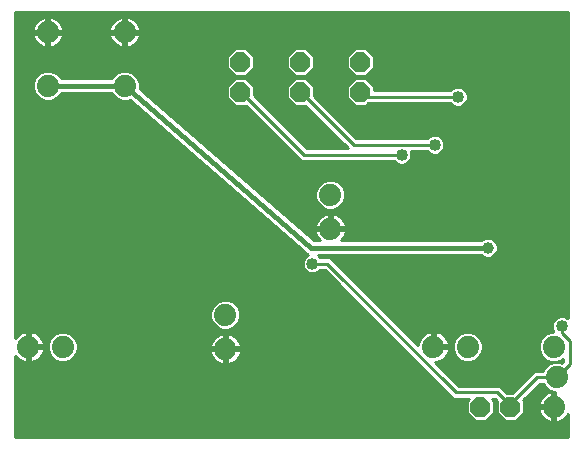
<source format=gbl>
G75*
%MOIN*%
%OFA0B0*%
%FSLAX25Y25*%
%IPPOS*%
%LPD*%
%AMOC8*
5,1,8,0,0,1.08239X$1,22.5*
%
%ADD10C,0.07400*%
%ADD11OC8,0.06600*%
%ADD12C,0.01000*%
%ADD13C,0.03962*%
%ADD14C,0.04000*%
%ADD15C,0.01600*%
D10*
X0008365Y0032484D03*
X0019765Y0032484D03*
X0074065Y0031784D03*
X0074065Y0043184D03*
X0109065Y0071784D03*
X0109065Y0083184D03*
X0040487Y0119569D03*
X0040487Y0137369D03*
X0014887Y0137369D03*
X0014887Y0119569D03*
X0143365Y0032484D03*
X0154765Y0032484D03*
X0183565Y0032484D03*
X0184565Y0022484D03*
X0183565Y0012484D03*
D11*
X0169065Y0012484D03*
X0159065Y0012484D03*
X0119065Y0117484D03*
X0119065Y0127484D03*
X0099065Y0127484D03*
X0099065Y0117484D03*
X0079065Y0117484D03*
X0079065Y0127484D03*
D12*
X0004065Y0002484D02*
X0188104Y0002484D01*
X0004065Y0002484D01*
X0004065Y0029556D01*
X0004399Y0029097D01*
X0004977Y0028518D01*
X0005640Y0028037D01*
X0006369Y0027665D01*
X0007147Y0027412D01*
X0007865Y0027299D01*
X0007865Y0031984D01*
X0008865Y0031984D01*
X0008865Y0027299D01*
X0009583Y0027412D01*
X0010361Y0027665D01*
X0011090Y0028037D01*
X0011753Y0028518D01*
X0012331Y0029097D01*
X0012812Y0029759D01*
X0013184Y0030488D01*
X0013437Y0031267D01*
X0013551Y0031984D01*
X0008865Y0031984D01*
X0008865Y0032984D01*
X0013551Y0032984D01*
X0013437Y0033702D01*
X0013184Y0034480D01*
X0012812Y0035210D01*
X0012331Y0035872D01*
X0011753Y0036451D01*
X0011090Y0036932D01*
X0010361Y0037303D01*
X0009583Y0037556D01*
X0008865Y0037670D01*
X0008865Y0032984D01*
X0007865Y0032984D01*
X0007865Y0037670D01*
X0007147Y0037556D01*
X0006369Y0037303D01*
X0005640Y0036932D01*
X0004977Y0036451D01*
X0004399Y0035872D01*
X0004065Y0035413D01*
X0004065Y0144217D01*
X0188104Y0144217D01*
X0188104Y0042012D01*
X0187984Y0042132D01*
X0186771Y0042634D01*
X0185459Y0042634D01*
X0184246Y0042132D01*
X0183317Y0041204D01*
X0182815Y0039991D01*
X0182815Y0038678D01*
X0183309Y0037484D01*
X0182570Y0037484D01*
X0180733Y0036723D01*
X0179326Y0035317D01*
X0178565Y0033479D01*
X0178565Y0031490D01*
X0179326Y0029652D01*
X0180733Y0028245D01*
X0182570Y0027484D01*
X0184560Y0027484D01*
X0186397Y0028245D01*
X0186665Y0028513D01*
X0186665Y0027596D01*
X0186263Y0027193D01*
X0185560Y0027484D01*
X0183570Y0027484D01*
X0181733Y0026723D01*
X0180326Y0025317D01*
X0179982Y0024484D01*
X0176954Y0024484D01*
X0169554Y0017084D01*
X0168026Y0017084D01*
X0165576Y0019534D01*
X0151826Y0019534D01*
X0144035Y0027326D01*
X0144583Y0027412D01*
X0145361Y0027665D01*
X0146090Y0028037D01*
X0146753Y0028518D01*
X0147331Y0029097D01*
X0147812Y0029759D01*
X0148184Y0030488D01*
X0148437Y0031267D01*
X0148551Y0031984D01*
X0143865Y0031984D01*
X0143865Y0032984D01*
X0148551Y0032984D01*
X0148437Y0033702D01*
X0148184Y0034480D01*
X0147812Y0035210D01*
X0147331Y0035872D01*
X0146753Y0036451D01*
X0146090Y0036932D01*
X0145361Y0037303D01*
X0144583Y0037556D01*
X0143865Y0037670D01*
X0143865Y0032984D01*
X0142865Y0032984D01*
X0142865Y0037670D01*
X0142147Y0037556D01*
X0141369Y0037303D01*
X0140640Y0036932D01*
X0139977Y0036451D01*
X0139399Y0035872D01*
X0138918Y0035210D01*
X0138546Y0034480D01*
X0138293Y0033702D01*
X0138206Y0033154D01*
X0108926Y0062434D01*
X0105532Y0062434D01*
X0104990Y0062976D01*
X0159405Y0062976D01*
X0159687Y0062695D01*
X0160893Y0062195D01*
X0162198Y0062195D01*
X0163404Y0062695D01*
X0164327Y0063618D01*
X0164826Y0064824D01*
X0164826Y0066129D01*
X0164327Y0067335D01*
X0163404Y0068258D01*
X0162198Y0068757D01*
X0160893Y0068757D01*
X0159687Y0068258D01*
X0159405Y0067976D01*
X0112611Y0067976D01*
X0113031Y0068397D01*
X0113512Y0069059D01*
X0113884Y0069788D01*
X0114137Y0070567D01*
X0114251Y0071284D01*
X0109565Y0071284D01*
X0109565Y0072284D01*
X0114251Y0072284D01*
X0114137Y0073002D01*
X0113884Y0073780D01*
X0113512Y0074510D01*
X0113031Y0075172D01*
X0112453Y0075751D01*
X0111790Y0076232D01*
X0111061Y0076603D01*
X0110283Y0076856D01*
X0109565Y0076970D01*
X0109565Y0072284D01*
X0108565Y0072284D01*
X0108565Y0071284D01*
X0103879Y0071284D01*
X0103993Y0070567D01*
X0104246Y0069788D01*
X0104618Y0069059D01*
X0105099Y0068397D01*
X0105519Y0067976D01*
X0103427Y0067976D01*
X0045472Y0118537D01*
X0045487Y0118574D01*
X0045487Y0120563D01*
X0044726Y0122401D01*
X0043319Y0123807D01*
X0041482Y0124568D01*
X0039493Y0124568D01*
X0037655Y0123807D01*
X0036248Y0122401D01*
X0036111Y0122068D01*
X0019264Y0122068D01*
X0019126Y0122401D01*
X0017719Y0123807D01*
X0015882Y0124568D01*
X0013893Y0124568D01*
X0012055Y0123807D01*
X0010648Y0122401D01*
X0009887Y0120563D01*
X0009887Y0118574D01*
X0010648Y0116736D01*
X0012055Y0115330D01*
X0013893Y0114569D01*
X0015882Y0114569D01*
X0017719Y0115330D01*
X0019126Y0116736D01*
X0019264Y0117069D01*
X0036111Y0117069D01*
X0036248Y0116736D01*
X0037655Y0115330D01*
X0039493Y0114569D01*
X0041482Y0114569D01*
X0042115Y0114831D01*
X0100783Y0063649D01*
X0101074Y0063357D01*
X0101155Y0063323D01*
X0101221Y0063266D01*
X0101519Y0063166D01*
X0101196Y0063032D01*
X0100267Y0062104D01*
X0099765Y0060891D01*
X0099765Y0059578D01*
X0100267Y0058365D01*
X0101196Y0057437D01*
X0102409Y0056934D01*
X0103721Y0056934D01*
X0104934Y0057437D01*
X0105532Y0058034D01*
X0107104Y0058034D01*
X0148715Y0016423D01*
X0150004Y0015134D01*
X0155210Y0015134D01*
X0154465Y0014390D01*
X0154465Y0010579D01*
X0157160Y0007884D01*
X0160970Y0007884D01*
X0163665Y0010579D01*
X0163665Y0014390D01*
X0162920Y0015134D01*
X0163754Y0015134D01*
X0164482Y0014406D01*
X0164465Y0014390D01*
X0164465Y0010579D01*
X0167160Y0007884D01*
X0170970Y0007884D01*
X0173665Y0010579D01*
X0173665Y0014390D01*
X0173373Y0014681D01*
X0178776Y0020084D01*
X0180147Y0020084D01*
X0180326Y0019652D01*
X0181733Y0018245D01*
X0183570Y0017484D01*
X0184065Y0017484D01*
X0184065Y0012984D01*
X0183065Y0012984D01*
X0183065Y0011984D01*
X0184065Y0011984D01*
X0184065Y0007299D01*
X0184783Y0007412D01*
X0185561Y0007665D01*
X0186290Y0008037D01*
X0186953Y0008518D01*
X0187531Y0009097D01*
X0188012Y0009759D01*
X0188104Y0009939D01*
X0188104Y0002484D01*
X0188104Y0003483D02*
X0004065Y0003483D01*
X0004065Y0004481D02*
X0188104Y0004481D01*
X0188104Y0005480D02*
X0004065Y0005480D01*
X0004065Y0006478D02*
X0188104Y0006478D01*
X0188104Y0007477D02*
X0184981Y0007477D01*
X0184065Y0007477D02*
X0183065Y0007477D01*
X0183065Y0007299D02*
X0182347Y0007412D01*
X0181569Y0007665D01*
X0180840Y0008037D01*
X0180177Y0008518D01*
X0179599Y0009097D01*
X0179118Y0009759D01*
X0178746Y0010488D01*
X0178493Y0011267D01*
X0178379Y0011984D01*
X0183065Y0011984D01*
X0183065Y0007299D01*
X0182149Y0007477D02*
X0004065Y0007477D01*
X0004065Y0008475D02*
X0156569Y0008475D01*
X0155570Y0009474D02*
X0004065Y0009474D01*
X0004065Y0010472D02*
X0154572Y0010472D01*
X0154465Y0011471D02*
X0004065Y0011471D01*
X0004065Y0012469D02*
X0154465Y0012469D01*
X0154465Y0013468D02*
X0004065Y0013468D01*
X0004065Y0014466D02*
X0154542Y0014466D01*
X0150915Y0017334D02*
X0164665Y0017334D01*
X0169065Y0012934D01*
X0169065Y0012484D01*
X0169065Y0013484D01*
X0177865Y0022284D01*
X0184465Y0022284D01*
X0184565Y0022484D01*
X0185015Y0022834D01*
X0188865Y0026684D01*
X0188865Y0034384D01*
X0186115Y0037134D01*
X0186115Y0039334D01*
X0182815Y0039429D02*
X0131931Y0039429D01*
X0130933Y0040428D02*
X0182996Y0040428D01*
X0183540Y0041426D02*
X0129934Y0041426D01*
X0128936Y0042425D02*
X0184953Y0042425D01*
X0187277Y0042425D02*
X0188104Y0042425D01*
X0188104Y0043423D02*
X0127937Y0043423D01*
X0126939Y0044422D02*
X0188104Y0044422D01*
X0188104Y0045420D02*
X0125940Y0045420D01*
X0124942Y0046419D02*
X0188104Y0046419D01*
X0188104Y0047417D02*
X0123943Y0047417D01*
X0122945Y0048416D02*
X0188104Y0048416D01*
X0188104Y0049414D02*
X0121946Y0049414D01*
X0120948Y0050413D02*
X0188104Y0050413D01*
X0188104Y0051411D02*
X0119949Y0051411D01*
X0118951Y0052410D02*
X0188104Y0052410D01*
X0188104Y0053408D02*
X0117952Y0053408D01*
X0116954Y0054407D02*
X0188104Y0054407D01*
X0188104Y0055405D02*
X0115955Y0055405D01*
X0114957Y0056404D02*
X0188104Y0056404D01*
X0188104Y0057402D02*
X0113958Y0057402D01*
X0112960Y0058401D02*
X0188104Y0058401D01*
X0188104Y0059399D02*
X0111961Y0059399D01*
X0110963Y0060398D02*
X0188104Y0060398D01*
X0188104Y0061396D02*
X0109964Y0061396D01*
X0108966Y0062395D02*
X0160411Y0062395D01*
X0162680Y0062395D02*
X0188104Y0062395D01*
X0188104Y0063393D02*
X0164103Y0063393D01*
X0164648Y0064392D02*
X0188104Y0064392D01*
X0188104Y0065390D02*
X0164826Y0065390D01*
X0164719Y0066389D02*
X0188104Y0066389D01*
X0188104Y0067387D02*
X0164274Y0067387D01*
X0163095Y0068386D02*
X0188104Y0068386D01*
X0188104Y0069385D02*
X0113678Y0069385D01*
X0114077Y0070383D02*
X0188104Y0070383D01*
X0188104Y0071382D02*
X0109565Y0071382D01*
X0109565Y0072380D02*
X0108565Y0072380D01*
X0108565Y0072284D02*
X0108565Y0076970D01*
X0107847Y0076856D01*
X0107069Y0076603D01*
X0106340Y0076232D01*
X0105677Y0075751D01*
X0105099Y0075172D01*
X0104618Y0074510D01*
X0104246Y0073780D01*
X0103993Y0073002D01*
X0103879Y0072284D01*
X0108565Y0072284D01*
X0108565Y0071382D02*
X0099524Y0071382D01*
X0098380Y0072380D02*
X0103895Y0072380D01*
X0104115Y0073379D02*
X0097235Y0073379D01*
X0096091Y0074377D02*
X0104550Y0074377D01*
X0105302Y0075376D02*
X0094946Y0075376D01*
X0093802Y0076374D02*
X0106619Y0076374D01*
X0108565Y0076374D02*
X0109565Y0076374D01*
X0109565Y0075376D02*
X0108565Y0075376D01*
X0108565Y0074377D02*
X0109565Y0074377D01*
X0109565Y0073379D02*
X0108565Y0073379D01*
X0111511Y0076374D02*
X0188104Y0076374D01*
X0188104Y0075376D02*
X0112828Y0075376D01*
X0113580Y0074377D02*
X0188104Y0074377D01*
X0188104Y0073379D02*
X0114015Y0073379D01*
X0114235Y0072380D02*
X0188104Y0072380D01*
X0188104Y0077373D02*
X0092657Y0077373D01*
X0091512Y0078371D02*
X0107619Y0078371D01*
X0108070Y0078184D02*
X0110060Y0078184D01*
X0111897Y0078945D01*
X0113304Y0080352D01*
X0114065Y0082190D01*
X0114065Y0084179D01*
X0113304Y0086017D01*
X0111897Y0087423D01*
X0110060Y0088184D01*
X0108070Y0088184D01*
X0106233Y0087423D01*
X0104826Y0086017D01*
X0104065Y0084179D01*
X0104065Y0082190D01*
X0104826Y0080352D01*
X0106233Y0078945D01*
X0108070Y0078184D01*
X0110511Y0078371D02*
X0188104Y0078371D01*
X0188104Y0079370D02*
X0112321Y0079370D01*
X0113311Y0080368D02*
X0188104Y0080368D01*
X0188104Y0081367D02*
X0113724Y0081367D01*
X0114065Y0082365D02*
X0188104Y0082365D01*
X0188104Y0083364D02*
X0114065Y0083364D01*
X0113989Y0084362D02*
X0188104Y0084362D01*
X0188104Y0085361D02*
X0113576Y0085361D01*
X0112961Y0086359D02*
X0188104Y0086359D01*
X0188104Y0087358D02*
X0111963Y0087358D01*
X0106167Y0087358D02*
X0081212Y0087358D01*
X0082356Y0086359D02*
X0105169Y0086359D01*
X0104555Y0085361D02*
X0083501Y0085361D01*
X0084645Y0084362D02*
X0104141Y0084362D01*
X0104065Y0083364D02*
X0085790Y0083364D01*
X0086934Y0082365D02*
X0104065Y0082365D01*
X0104406Y0081367D02*
X0088079Y0081367D01*
X0089223Y0080368D02*
X0104820Y0080368D01*
X0105809Y0079370D02*
X0090368Y0079370D01*
X0086196Y0076374D02*
X0004065Y0076374D01*
X0004065Y0075376D02*
X0087340Y0075376D01*
X0088485Y0074377D02*
X0004065Y0074377D01*
X0004065Y0073379D02*
X0089630Y0073379D01*
X0090774Y0072380D02*
X0004065Y0072380D01*
X0004065Y0071382D02*
X0091919Y0071382D01*
X0093063Y0070383D02*
X0004065Y0070383D01*
X0004065Y0069385D02*
X0094208Y0069385D01*
X0095352Y0068386D02*
X0004065Y0068386D01*
X0004065Y0067387D02*
X0096497Y0067387D01*
X0097641Y0066389D02*
X0004065Y0066389D01*
X0004065Y0065390D02*
X0098786Y0065390D01*
X0099930Y0064392D02*
X0004065Y0064392D01*
X0004065Y0063393D02*
X0101038Y0063393D01*
X0100559Y0062395D02*
X0004065Y0062395D01*
X0004065Y0061396D02*
X0099975Y0061396D01*
X0099765Y0060398D02*
X0004065Y0060398D01*
X0004065Y0059399D02*
X0099839Y0059399D01*
X0100253Y0058401D02*
X0004065Y0058401D01*
X0004065Y0057402D02*
X0101278Y0057402D01*
X0103065Y0060234D02*
X0108015Y0060234D01*
X0150915Y0017334D01*
X0149673Y0015465D02*
X0004065Y0015465D01*
X0004065Y0016463D02*
X0148675Y0016463D01*
X0147676Y0017462D02*
X0004065Y0017462D01*
X0004065Y0018460D02*
X0146678Y0018460D01*
X0145679Y0019459D02*
X0004065Y0019459D01*
X0004065Y0020457D02*
X0144681Y0020457D01*
X0143682Y0021456D02*
X0004065Y0021456D01*
X0004065Y0022454D02*
X0142684Y0022454D01*
X0141685Y0023453D02*
X0004065Y0023453D01*
X0004065Y0024452D02*
X0140687Y0024452D01*
X0139688Y0025450D02*
X0004065Y0025450D01*
X0004065Y0026449D02*
X0138690Y0026449D01*
X0137691Y0027447D02*
X0076942Y0027447D01*
X0076790Y0027337D02*
X0077453Y0027818D01*
X0078031Y0028397D01*
X0078512Y0029059D01*
X0078884Y0029788D01*
X0079137Y0030567D01*
X0079251Y0031284D01*
X0074565Y0031284D01*
X0074565Y0026599D01*
X0075283Y0026712D01*
X0076061Y0026965D01*
X0076790Y0027337D01*
X0078067Y0028446D02*
X0136692Y0028446D01*
X0135694Y0029444D02*
X0078709Y0029444D01*
X0079097Y0030443D02*
X0134695Y0030443D01*
X0133697Y0031441D02*
X0074565Y0031441D01*
X0074565Y0031284D02*
X0074565Y0032284D01*
X0079251Y0032284D01*
X0079137Y0033002D01*
X0078884Y0033780D01*
X0078512Y0034510D01*
X0078031Y0035172D01*
X0077453Y0035751D01*
X0076790Y0036232D01*
X0076061Y0036603D01*
X0075283Y0036856D01*
X0074565Y0036970D01*
X0074565Y0032284D01*
X0073565Y0032284D01*
X0073565Y0031284D01*
X0074565Y0031284D01*
X0074565Y0030443D02*
X0073565Y0030443D01*
X0073565Y0031284D02*
X0073565Y0026599D01*
X0072847Y0026712D01*
X0072069Y0026965D01*
X0071340Y0027337D01*
X0070677Y0027818D01*
X0070099Y0028397D01*
X0069618Y0029059D01*
X0069246Y0029788D01*
X0068993Y0030567D01*
X0068879Y0031284D01*
X0073565Y0031284D01*
X0073565Y0031441D02*
X0024745Y0031441D01*
X0024765Y0031490D02*
X0024004Y0029652D01*
X0022597Y0028245D01*
X0020760Y0027484D01*
X0018770Y0027484D01*
X0016933Y0028245D01*
X0015526Y0029652D01*
X0014765Y0031490D01*
X0014765Y0033479D01*
X0015526Y0035317D01*
X0016933Y0036723D01*
X0018770Y0037484D01*
X0020760Y0037484D01*
X0022597Y0036723D01*
X0024004Y0035317D01*
X0024765Y0033479D01*
X0024765Y0031490D01*
X0024765Y0032440D02*
X0068904Y0032440D01*
X0068879Y0032284D02*
X0073565Y0032284D01*
X0073565Y0036970D01*
X0072847Y0036856D01*
X0072069Y0036603D01*
X0071340Y0036232D01*
X0070677Y0035751D01*
X0070099Y0035172D01*
X0069618Y0034510D01*
X0069246Y0033780D01*
X0068993Y0033002D01*
X0068879Y0032284D01*
X0069135Y0033438D02*
X0024765Y0033438D01*
X0024368Y0034437D02*
X0069580Y0034437D01*
X0070362Y0035435D02*
X0023885Y0035435D01*
X0022887Y0036434D02*
X0071736Y0036434D01*
X0073565Y0036434D02*
X0074565Y0036434D01*
X0074565Y0035435D02*
X0073565Y0035435D01*
X0073565Y0034437D02*
X0074565Y0034437D01*
X0074565Y0033438D02*
X0073565Y0033438D01*
X0073565Y0032440D02*
X0074565Y0032440D01*
X0074565Y0029444D02*
X0073565Y0029444D01*
X0073565Y0028446D02*
X0074565Y0028446D01*
X0074565Y0027447D02*
X0073565Y0027447D01*
X0071188Y0027447D02*
X0009690Y0027447D01*
X0008865Y0027447D02*
X0007865Y0027447D01*
X0007040Y0027447D02*
X0004065Y0027447D01*
X0004065Y0028446D02*
X0005077Y0028446D01*
X0004146Y0029444D02*
X0004065Y0029444D01*
X0007865Y0029444D02*
X0008865Y0029444D01*
X0008865Y0028446D02*
X0007865Y0028446D01*
X0007865Y0030443D02*
X0008865Y0030443D01*
X0008865Y0031441D02*
X0007865Y0031441D01*
X0008865Y0032440D02*
X0014765Y0032440D01*
X0014765Y0033438D02*
X0013479Y0033438D01*
X0013198Y0034437D02*
X0015162Y0034437D01*
X0015645Y0035435D02*
X0012649Y0035435D01*
X0011770Y0036434D02*
X0016643Y0036434D01*
X0018645Y0037432D02*
X0009965Y0037432D01*
X0008865Y0037432D02*
X0007865Y0037432D01*
X0007865Y0036434D02*
X0008865Y0036434D01*
X0008865Y0035435D02*
X0007865Y0035435D01*
X0007865Y0034437D02*
X0008865Y0034437D01*
X0008865Y0033438D02*
X0007865Y0033438D01*
X0004961Y0036434D02*
X0004065Y0036434D01*
X0004065Y0037432D02*
X0006766Y0037432D01*
X0004065Y0038431D02*
X0072476Y0038431D01*
X0073070Y0038184D02*
X0075060Y0038184D01*
X0076897Y0038945D01*
X0078304Y0040352D01*
X0079065Y0042190D01*
X0079065Y0044179D01*
X0078304Y0046017D01*
X0076897Y0047423D01*
X0075060Y0048184D01*
X0073070Y0048184D01*
X0071233Y0047423D01*
X0069826Y0046017D01*
X0069065Y0044179D01*
X0069065Y0042190D01*
X0069826Y0040352D01*
X0071233Y0038945D01*
X0073070Y0038184D01*
X0070749Y0039429D02*
X0004065Y0039429D01*
X0004065Y0040428D02*
X0069795Y0040428D01*
X0069381Y0041426D02*
X0004065Y0041426D01*
X0004065Y0042425D02*
X0069065Y0042425D01*
X0069065Y0043423D02*
X0004065Y0043423D01*
X0004065Y0044422D02*
X0069166Y0044422D01*
X0069579Y0045420D02*
X0004065Y0045420D01*
X0004065Y0046419D02*
X0070228Y0046419D01*
X0071227Y0047417D02*
X0004065Y0047417D01*
X0004065Y0048416D02*
X0116722Y0048416D01*
X0115724Y0049414D02*
X0004065Y0049414D01*
X0004065Y0050413D02*
X0114725Y0050413D01*
X0113727Y0051411D02*
X0004065Y0051411D01*
X0004065Y0052410D02*
X0112728Y0052410D01*
X0111730Y0053408D02*
X0004065Y0053408D01*
X0004065Y0054407D02*
X0110731Y0054407D01*
X0109733Y0055405D02*
X0004065Y0055405D01*
X0004065Y0056404D02*
X0108734Y0056404D01*
X0107736Y0057402D02*
X0104852Y0057402D01*
X0105109Y0068386D02*
X0102958Y0068386D01*
X0101813Y0069385D02*
X0104452Y0069385D01*
X0104053Y0070383D02*
X0100669Y0070383D01*
X0113021Y0068386D02*
X0159996Y0068386D01*
X0188104Y0088356D02*
X0080067Y0088356D01*
X0078923Y0089355D02*
X0188104Y0089355D01*
X0188104Y0090353D02*
X0077778Y0090353D01*
X0076633Y0091352D02*
X0188104Y0091352D01*
X0188104Y0092350D02*
X0075489Y0092350D01*
X0074344Y0093349D02*
X0131832Y0093349D01*
X0132109Y0093234D02*
X0133421Y0093234D01*
X0134634Y0093737D01*
X0135563Y0094665D01*
X0136065Y0095878D01*
X0136065Y0097191D01*
X0135881Y0097634D01*
X0141298Y0097634D01*
X0141896Y0097037D01*
X0143109Y0096534D01*
X0144421Y0096534D01*
X0145634Y0097037D01*
X0146563Y0097965D01*
X0147065Y0099178D01*
X0147065Y0100491D01*
X0146563Y0101704D01*
X0145634Y0102632D01*
X0144421Y0103134D01*
X0143109Y0103134D01*
X0141896Y0102632D01*
X0141298Y0102034D01*
X0117726Y0102034D01*
X0103665Y0116096D01*
X0103665Y0119390D01*
X0100970Y0122084D01*
X0097160Y0122084D01*
X0094465Y0119390D01*
X0094465Y0115579D01*
X0097160Y0112884D01*
X0100654Y0112884D01*
X0114804Y0098734D01*
X0101226Y0098734D01*
X0083665Y0116296D01*
X0083665Y0119390D01*
X0080970Y0122084D01*
X0077160Y0122084D01*
X0074465Y0119390D01*
X0074465Y0115579D01*
X0077160Y0112884D01*
X0080854Y0112884D01*
X0099404Y0094334D01*
X0130298Y0094334D01*
X0130896Y0093737D01*
X0132109Y0093234D01*
X0133698Y0093349D02*
X0188104Y0093349D01*
X0188104Y0094347D02*
X0135245Y0094347D01*
X0135845Y0095346D02*
X0188104Y0095346D01*
X0188104Y0096344D02*
X0136065Y0096344D01*
X0136002Y0097343D02*
X0141590Y0097343D01*
X0143765Y0099834D02*
X0116815Y0099834D01*
X0099215Y0117434D01*
X0099065Y0117484D01*
X0094465Y0117313D02*
X0083665Y0117313D01*
X0083665Y0116315D02*
X0094465Y0116315D01*
X0094728Y0115316D02*
X0084645Y0115316D01*
X0085643Y0114318D02*
X0095726Y0114318D01*
X0096725Y0113319D02*
X0086642Y0113319D01*
X0087640Y0112320D02*
X0101218Y0112320D01*
X0102216Y0111322D02*
X0088639Y0111322D01*
X0089637Y0110323D02*
X0103215Y0110323D01*
X0104213Y0109325D02*
X0090636Y0109325D01*
X0091634Y0108326D02*
X0105212Y0108326D01*
X0106210Y0107328D02*
X0092633Y0107328D01*
X0093631Y0106329D02*
X0107209Y0106329D01*
X0108207Y0105331D02*
X0094630Y0105331D01*
X0095628Y0104332D02*
X0109206Y0104332D01*
X0110204Y0103334D02*
X0096627Y0103334D01*
X0097625Y0102335D02*
X0111203Y0102335D01*
X0112201Y0101337D02*
X0098624Y0101337D01*
X0099622Y0100338D02*
X0113200Y0100338D01*
X0114198Y0099340D02*
X0100621Y0099340D01*
X0100315Y0096534D02*
X0079415Y0117434D01*
X0079065Y0117484D01*
X0074465Y0117313D02*
X0046875Y0117313D01*
X0045731Y0118312D02*
X0074465Y0118312D01*
X0074465Y0119310D02*
X0045487Y0119310D01*
X0045487Y0120309D02*
X0075384Y0120309D01*
X0076383Y0121307D02*
X0045179Y0121307D01*
X0044765Y0122306D02*
X0188104Y0122306D01*
X0188104Y0123304D02*
X0121390Y0123304D01*
X0120970Y0122884D02*
X0123665Y0125579D01*
X0123665Y0129390D01*
X0120970Y0132084D01*
X0117160Y0132084D01*
X0114465Y0129390D01*
X0114465Y0125579D01*
X0117160Y0122884D01*
X0120970Y0122884D01*
X0120970Y0122084D02*
X0117160Y0122084D01*
X0114465Y0119390D01*
X0114465Y0115579D01*
X0117160Y0112884D01*
X0120970Y0112884D01*
X0121670Y0113584D01*
X0148998Y0113584D01*
X0149596Y0112987D01*
X0150809Y0112484D01*
X0152121Y0112484D01*
X0153334Y0112987D01*
X0154263Y0113915D01*
X0154765Y0115128D01*
X0154765Y0116441D01*
X0154263Y0117654D01*
X0153334Y0118582D01*
X0152121Y0119084D01*
X0150809Y0119084D01*
X0149596Y0118582D01*
X0148998Y0117984D01*
X0123665Y0117984D01*
X0123665Y0119390D01*
X0120970Y0122084D01*
X0121748Y0121307D02*
X0188104Y0121307D01*
X0188104Y0120309D02*
X0122746Y0120309D01*
X0123665Y0119310D02*
X0188104Y0119310D01*
X0188104Y0118312D02*
X0153605Y0118312D01*
X0154404Y0117313D02*
X0188104Y0117313D01*
X0188104Y0116315D02*
X0154765Y0116315D01*
X0154765Y0115316D02*
X0188104Y0115316D01*
X0188104Y0114318D02*
X0154429Y0114318D01*
X0153667Y0113319D02*
X0188104Y0113319D01*
X0188104Y0112320D02*
X0107440Y0112320D01*
X0108439Y0111322D02*
X0188104Y0111322D01*
X0188104Y0110323D02*
X0109437Y0110323D01*
X0110436Y0109325D02*
X0188104Y0109325D01*
X0188104Y0108326D02*
X0111434Y0108326D01*
X0112433Y0107328D02*
X0188104Y0107328D01*
X0188104Y0106329D02*
X0113431Y0106329D01*
X0114430Y0105331D02*
X0188104Y0105331D01*
X0188104Y0104332D02*
X0115428Y0104332D01*
X0116427Y0103334D02*
X0188104Y0103334D01*
X0188104Y0102335D02*
X0145931Y0102335D01*
X0146715Y0101337D02*
X0188104Y0101337D01*
X0188104Y0100338D02*
X0147065Y0100338D01*
X0147065Y0099340D02*
X0188104Y0099340D01*
X0188104Y0098341D02*
X0146719Y0098341D01*
X0145941Y0097343D02*
X0188104Y0097343D01*
X0151465Y0115784D02*
X0121215Y0115784D01*
X0119565Y0117434D01*
X0119065Y0117484D01*
X0114465Y0117313D02*
X0103665Y0117313D01*
X0103665Y0116315D02*
X0114465Y0116315D01*
X0114728Y0115316D02*
X0104445Y0115316D01*
X0105443Y0114318D02*
X0115726Y0114318D01*
X0116725Y0113319D02*
X0106442Y0113319D01*
X0103665Y0118312D02*
X0114465Y0118312D01*
X0114465Y0119310D02*
X0103665Y0119310D01*
X0102746Y0120309D02*
X0115384Y0120309D01*
X0116383Y0121307D02*
X0101748Y0121307D01*
X0100970Y0122884D02*
X0103665Y0125579D01*
X0103665Y0129390D01*
X0100970Y0132084D01*
X0097160Y0132084D01*
X0094465Y0129390D01*
X0094465Y0125579D01*
X0097160Y0122884D01*
X0100970Y0122884D01*
X0101390Y0123304D02*
X0116740Y0123304D01*
X0115741Y0124303D02*
X0102389Y0124303D01*
X0103387Y0125301D02*
X0114743Y0125301D01*
X0114465Y0126300D02*
X0103665Y0126300D01*
X0103665Y0127298D02*
X0114465Y0127298D01*
X0114465Y0128297D02*
X0103665Y0128297D01*
X0103665Y0129295D02*
X0114465Y0129295D01*
X0115369Y0130294D02*
X0102761Y0130294D01*
X0101762Y0131292D02*
X0116368Y0131292D01*
X0121762Y0131292D02*
X0188104Y0131292D01*
X0188104Y0130294D02*
X0122761Y0130294D01*
X0123665Y0129295D02*
X0188104Y0129295D01*
X0188104Y0128297D02*
X0123665Y0128297D01*
X0123665Y0127298D02*
X0188104Y0127298D01*
X0188104Y0126300D02*
X0123665Y0126300D01*
X0123387Y0125301D02*
X0188104Y0125301D01*
X0188104Y0124303D02*
X0122389Y0124303D01*
X0123665Y0118312D02*
X0149325Y0118312D01*
X0149263Y0113319D02*
X0121405Y0113319D01*
X0117425Y0102335D02*
X0141599Y0102335D01*
X0132765Y0096534D02*
X0100315Y0096534D01*
X0098392Y0095346D02*
X0072055Y0095346D01*
X0070911Y0096344D02*
X0097394Y0096344D01*
X0096395Y0097343D02*
X0069766Y0097343D01*
X0068622Y0098341D02*
X0095397Y0098341D01*
X0094398Y0099340D02*
X0067477Y0099340D01*
X0066333Y0100338D02*
X0093400Y0100338D01*
X0092401Y0101337D02*
X0065188Y0101337D01*
X0064043Y0102335D02*
X0091403Y0102335D01*
X0090404Y0103334D02*
X0062899Y0103334D01*
X0061754Y0104332D02*
X0089406Y0104332D01*
X0088407Y0105331D02*
X0060610Y0105331D01*
X0059465Y0106329D02*
X0087409Y0106329D01*
X0086410Y0107328D02*
X0058321Y0107328D01*
X0057176Y0108326D02*
X0085412Y0108326D01*
X0084413Y0109325D02*
X0056032Y0109325D01*
X0054887Y0110323D02*
X0083415Y0110323D01*
X0082416Y0111322D02*
X0053743Y0111322D01*
X0052598Y0112320D02*
X0081418Y0112320D01*
X0076725Y0113319D02*
X0051453Y0113319D01*
X0050309Y0114318D02*
X0075726Y0114318D01*
X0074728Y0115316D02*
X0049164Y0115316D01*
X0048020Y0116315D02*
X0074465Y0116315D01*
X0081748Y0121307D02*
X0096383Y0121307D01*
X0095384Y0120309D02*
X0082746Y0120309D01*
X0083665Y0119310D02*
X0094465Y0119310D01*
X0094465Y0118312D02*
X0083665Y0118312D01*
X0080970Y0122884D02*
X0077160Y0122884D01*
X0074465Y0125579D01*
X0074465Y0129390D01*
X0077160Y0132084D01*
X0080970Y0132084D01*
X0083665Y0129390D01*
X0083665Y0125579D01*
X0080970Y0122884D01*
X0081390Y0123304D02*
X0096740Y0123304D01*
X0095741Y0124303D02*
X0082389Y0124303D01*
X0083387Y0125301D02*
X0094743Y0125301D01*
X0094465Y0126300D02*
X0083665Y0126300D01*
X0083665Y0127298D02*
X0094465Y0127298D01*
X0094465Y0128297D02*
X0083665Y0128297D01*
X0083665Y0129295D02*
X0094465Y0129295D01*
X0095369Y0130294D02*
X0082761Y0130294D01*
X0081762Y0131292D02*
X0096368Y0131292D01*
X0076368Y0131292D02*
X0004065Y0131292D01*
X0004065Y0130294D02*
X0075369Y0130294D01*
X0074465Y0129295D02*
X0004065Y0129295D01*
X0004065Y0128297D02*
X0074465Y0128297D01*
X0074465Y0127298D02*
X0004065Y0127298D01*
X0004065Y0126300D02*
X0074465Y0126300D01*
X0074743Y0125301D02*
X0004065Y0125301D01*
X0004065Y0124303D02*
X0013251Y0124303D01*
X0011552Y0123304D02*
X0004065Y0123304D01*
X0004065Y0122306D02*
X0010609Y0122306D01*
X0010195Y0121307D02*
X0004065Y0121307D01*
X0004065Y0120309D02*
X0009887Y0120309D01*
X0009887Y0119310D02*
X0004065Y0119310D01*
X0004065Y0118312D02*
X0009996Y0118312D01*
X0010409Y0117313D02*
X0004065Y0117313D01*
X0004065Y0116315D02*
X0011070Y0116315D01*
X0012088Y0115316D02*
X0004065Y0115316D01*
X0004065Y0114318D02*
X0042703Y0114318D01*
X0043848Y0113319D02*
X0004065Y0113319D01*
X0004065Y0112320D02*
X0044992Y0112320D01*
X0046137Y0111322D02*
X0004065Y0111322D01*
X0004065Y0110323D02*
X0047281Y0110323D01*
X0048426Y0109325D02*
X0004065Y0109325D01*
X0004065Y0108326D02*
X0049570Y0108326D01*
X0050715Y0107328D02*
X0004065Y0107328D01*
X0004065Y0106329D02*
X0051860Y0106329D01*
X0053004Y0105331D02*
X0004065Y0105331D01*
X0004065Y0104332D02*
X0054149Y0104332D01*
X0055293Y0103334D02*
X0004065Y0103334D01*
X0004065Y0102335D02*
X0056438Y0102335D01*
X0057582Y0101337D02*
X0004065Y0101337D01*
X0004065Y0100338D02*
X0058727Y0100338D01*
X0059871Y0099340D02*
X0004065Y0099340D01*
X0004065Y0098341D02*
X0061016Y0098341D01*
X0062160Y0097343D02*
X0004065Y0097343D01*
X0004065Y0096344D02*
X0063305Y0096344D01*
X0064450Y0095346D02*
X0004065Y0095346D01*
X0004065Y0094347D02*
X0065594Y0094347D01*
X0066739Y0093349D02*
X0004065Y0093349D01*
X0004065Y0092350D02*
X0067883Y0092350D01*
X0069028Y0091352D02*
X0004065Y0091352D01*
X0004065Y0090353D02*
X0070172Y0090353D01*
X0071317Y0089355D02*
X0004065Y0089355D01*
X0004065Y0088356D02*
X0072461Y0088356D01*
X0073606Y0087358D02*
X0004065Y0087358D01*
X0004065Y0086359D02*
X0074750Y0086359D01*
X0075895Y0085361D02*
X0004065Y0085361D01*
X0004065Y0084362D02*
X0077040Y0084362D01*
X0078184Y0083364D02*
X0004065Y0083364D01*
X0004065Y0082365D02*
X0079329Y0082365D01*
X0080473Y0081367D02*
X0004065Y0081367D01*
X0004065Y0080368D02*
X0081618Y0080368D01*
X0082762Y0079370D02*
X0004065Y0079370D01*
X0004065Y0078371D02*
X0083907Y0078371D01*
X0085051Y0077373D02*
X0004065Y0077373D01*
X0017686Y0115316D02*
X0037688Y0115316D01*
X0036670Y0116315D02*
X0018704Y0116315D01*
X0019165Y0122306D02*
X0036209Y0122306D01*
X0037152Y0123304D02*
X0018223Y0123304D01*
X0016524Y0124303D02*
X0038851Y0124303D01*
X0042124Y0124303D02*
X0075741Y0124303D01*
X0076740Y0123304D02*
X0043823Y0123304D01*
X0041705Y0132297D02*
X0042483Y0132549D01*
X0043212Y0132921D01*
X0043875Y0133402D01*
X0044453Y0133981D01*
X0044935Y0134643D01*
X0045306Y0135372D01*
X0045559Y0136151D01*
X0045673Y0136869D01*
X0040987Y0136869D01*
X0040987Y0137868D01*
X0045673Y0137868D01*
X0045559Y0138586D01*
X0045306Y0139365D01*
X0044935Y0140094D01*
X0044453Y0140756D01*
X0043875Y0141335D01*
X0043212Y0141816D01*
X0042483Y0142188D01*
X0041705Y0142440D01*
X0040987Y0142554D01*
X0040987Y0137869D01*
X0039987Y0137869D01*
X0039987Y0142554D01*
X0039269Y0142440D01*
X0038491Y0142188D01*
X0037762Y0141816D01*
X0037100Y0141335D01*
X0036521Y0140756D01*
X0036040Y0140094D01*
X0035668Y0139365D01*
X0035415Y0138586D01*
X0035301Y0137868D01*
X0039987Y0137868D01*
X0039987Y0136869D01*
X0035301Y0136869D01*
X0035415Y0136151D01*
X0035668Y0135372D01*
X0036040Y0134643D01*
X0036521Y0133981D01*
X0037100Y0133402D01*
X0037762Y0132921D01*
X0038491Y0132549D01*
X0039269Y0132297D01*
X0039987Y0132183D01*
X0039987Y0136868D01*
X0040987Y0136868D01*
X0040987Y0132183D01*
X0041705Y0132297D01*
X0041668Y0132291D02*
X0188104Y0132291D01*
X0188104Y0133289D02*
X0043719Y0133289D01*
X0044676Y0134288D02*
X0188104Y0134288D01*
X0188104Y0135286D02*
X0045262Y0135286D01*
X0045580Y0136285D02*
X0188104Y0136285D01*
X0188104Y0137283D02*
X0040987Y0137283D01*
X0040987Y0136285D02*
X0039987Y0136285D01*
X0039987Y0137283D02*
X0015387Y0137283D01*
X0015387Y0136869D02*
X0015387Y0137868D01*
X0020073Y0137868D01*
X0019959Y0138586D01*
X0019706Y0139365D01*
X0019335Y0140094D01*
X0018853Y0140756D01*
X0018275Y0141335D01*
X0017613Y0141816D01*
X0016883Y0142188D01*
X0016105Y0142440D01*
X0015387Y0142554D01*
X0015387Y0137869D01*
X0014387Y0137869D01*
X0014387Y0142554D01*
X0013669Y0142440D01*
X0012891Y0142188D01*
X0012162Y0141816D01*
X0011500Y0141335D01*
X0010921Y0140756D01*
X0010440Y0140094D01*
X0010068Y0139365D01*
X0009815Y0138586D01*
X0009701Y0137868D01*
X0014387Y0137868D01*
X0014387Y0136869D01*
X0009701Y0136869D01*
X0009815Y0136151D01*
X0010068Y0135372D01*
X0010440Y0134643D01*
X0010921Y0133981D01*
X0011500Y0133402D01*
X0012162Y0132921D01*
X0012891Y0132549D01*
X0013669Y0132297D01*
X0014387Y0132183D01*
X0014387Y0136868D01*
X0015387Y0136868D01*
X0015387Y0132183D01*
X0016105Y0132297D01*
X0016883Y0132549D01*
X0017613Y0132921D01*
X0018275Y0133402D01*
X0018853Y0133981D01*
X0019335Y0134643D01*
X0019706Y0135372D01*
X0019959Y0136151D01*
X0020073Y0136869D01*
X0015387Y0136869D01*
X0015387Y0136285D02*
X0014387Y0136285D01*
X0014387Y0137283D02*
X0004065Y0137283D01*
X0004065Y0136285D02*
X0009794Y0136285D01*
X0010112Y0135286D02*
X0004065Y0135286D01*
X0004065Y0134288D02*
X0010698Y0134288D01*
X0011655Y0133289D02*
X0004065Y0133289D01*
X0004065Y0132291D02*
X0013706Y0132291D01*
X0014387Y0132291D02*
X0015387Y0132291D01*
X0016068Y0132291D02*
X0039306Y0132291D01*
X0039987Y0132291D02*
X0040987Y0132291D01*
X0040987Y0133289D02*
X0039987Y0133289D01*
X0039987Y0134288D02*
X0040987Y0134288D01*
X0040987Y0135286D02*
X0039987Y0135286D01*
X0039987Y0138282D02*
X0040987Y0138282D01*
X0040987Y0139280D02*
X0039987Y0139280D01*
X0039987Y0140279D02*
X0040987Y0140279D01*
X0040987Y0141277D02*
X0039987Y0141277D01*
X0039987Y0142276D02*
X0040987Y0142276D01*
X0042211Y0142276D02*
X0188104Y0142276D01*
X0188104Y0143274D02*
X0004065Y0143274D01*
X0004065Y0142276D02*
X0013163Y0142276D01*
X0014387Y0142276D02*
X0015387Y0142276D01*
X0015387Y0141277D02*
X0014387Y0141277D01*
X0014387Y0140279D02*
X0015387Y0140279D01*
X0015387Y0139280D02*
X0014387Y0139280D01*
X0014387Y0138282D02*
X0015387Y0138282D01*
X0015387Y0135286D02*
X0014387Y0135286D01*
X0014387Y0134288D02*
X0015387Y0134288D01*
X0015387Y0133289D02*
X0014387Y0133289D01*
X0018119Y0133289D02*
X0037255Y0133289D01*
X0036298Y0134288D02*
X0019076Y0134288D01*
X0019662Y0135286D02*
X0035712Y0135286D01*
X0035394Y0136285D02*
X0019980Y0136285D01*
X0020007Y0138282D02*
X0035367Y0138282D01*
X0035641Y0139280D02*
X0019734Y0139280D01*
X0019200Y0140279D02*
X0036174Y0140279D01*
X0037042Y0141277D02*
X0018332Y0141277D01*
X0016611Y0142276D02*
X0038763Y0142276D01*
X0043932Y0141277D02*
X0188104Y0141277D01*
X0188104Y0140279D02*
X0044800Y0140279D01*
X0045334Y0139280D02*
X0188104Y0139280D01*
X0188104Y0138282D02*
X0045607Y0138282D01*
X0011442Y0141277D02*
X0004065Y0141277D01*
X0004065Y0140279D02*
X0010574Y0140279D01*
X0010041Y0139280D02*
X0004065Y0139280D01*
X0004065Y0138282D02*
X0009767Y0138282D01*
X0073200Y0094347D02*
X0099391Y0094347D01*
X0117721Y0047417D02*
X0076903Y0047417D01*
X0077902Y0046419D02*
X0118719Y0046419D01*
X0119718Y0045420D02*
X0078551Y0045420D01*
X0078964Y0044422D02*
X0120716Y0044422D01*
X0121715Y0043423D02*
X0079065Y0043423D01*
X0079065Y0042425D02*
X0122713Y0042425D01*
X0123712Y0041426D02*
X0078749Y0041426D01*
X0078335Y0040428D02*
X0124710Y0040428D01*
X0125709Y0039429D02*
X0077381Y0039429D01*
X0075654Y0038431D02*
X0126707Y0038431D01*
X0127706Y0037432D02*
X0020885Y0037432D01*
X0014785Y0031441D02*
X0013465Y0031441D01*
X0013161Y0030443D02*
X0015199Y0030443D01*
X0015734Y0029444D02*
X0012584Y0029444D01*
X0011653Y0028446D02*
X0016733Y0028446D01*
X0022797Y0028446D02*
X0070063Y0028446D01*
X0069421Y0029444D02*
X0023796Y0029444D01*
X0024331Y0030443D02*
X0069033Y0030443D01*
X0076394Y0036434D02*
X0128704Y0036434D01*
X0129703Y0035435D02*
X0077768Y0035435D01*
X0078550Y0034437D02*
X0130701Y0034437D01*
X0131700Y0033438D02*
X0078995Y0033438D01*
X0079226Y0032440D02*
X0132698Y0032440D01*
X0135925Y0035435D02*
X0139081Y0035435D01*
X0138532Y0034437D02*
X0136924Y0034437D01*
X0137922Y0033438D02*
X0138251Y0033438D01*
X0139961Y0036434D02*
X0134927Y0036434D01*
X0133928Y0037432D02*
X0141766Y0037432D01*
X0142865Y0037432D02*
X0143865Y0037432D01*
X0143865Y0036434D02*
X0142865Y0036434D01*
X0142865Y0035435D02*
X0143865Y0035435D01*
X0143865Y0034437D02*
X0142865Y0034437D01*
X0142865Y0033438D02*
X0143865Y0033438D01*
X0143865Y0032440D02*
X0149765Y0032440D01*
X0149765Y0031490D02*
X0149765Y0033479D01*
X0150526Y0035317D01*
X0151933Y0036723D01*
X0153770Y0037484D01*
X0155760Y0037484D01*
X0157597Y0036723D01*
X0159004Y0035317D01*
X0159765Y0033479D01*
X0159765Y0031490D01*
X0159004Y0029652D01*
X0157597Y0028245D01*
X0155760Y0027484D01*
X0153770Y0027484D01*
X0151933Y0028245D01*
X0150526Y0029652D01*
X0149765Y0031490D01*
X0149785Y0031441D02*
X0148465Y0031441D01*
X0148161Y0030443D02*
X0150199Y0030443D01*
X0150734Y0029444D02*
X0147584Y0029444D01*
X0146653Y0028446D02*
X0151733Y0028446D01*
X0149765Y0033438D02*
X0148479Y0033438D01*
X0148198Y0034437D02*
X0150162Y0034437D01*
X0150645Y0035435D02*
X0147649Y0035435D01*
X0146770Y0036434D02*
X0151643Y0036434D01*
X0153645Y0037432D02*
X0144965Y0037432D01*
X0155885Y0037432D02*
X0182445Y0037432D01*
X0182917Y0038431D02*
X0132930Y0038431D01*
X0144690Y0027447D02*
X0183481Y0027447D01*
X0185649Y0027447D02*
X0186517Y0027447D01*
X0186597Y0028446D02*
X0186665Y0028446D01*
X0181458Y0026449D02*
X0144912Y0026449D01*
X0145911Y0025450D02*
X0180460Y0025450D01*
X0180533Y0028446D02*
X0157797Y0028446D01*
X0158796Y0029444D02*
X0179534Y0029444D01*
X0178999Y0030443D02*
X0159331Y0030443D01*
X0159745Y0031441D02*
X0178585Y0031441D01*
X0178565Y0032440D02*
X0159765Y0032440D01*
X0159765Y0033438D02*
X0178565Y0033438D01*
X0178962Y0034437D02*
X0159368Y0034437D01*
X0158885Y0035435D02*
X0179445Y0035435D01*
X0180443Y0036434D02*
X0157887Y0036434D01*
X0146909Y0024452D02*
X0176921Y0024452D01*
X0175923Y0023453D02*
X0147908Y0023453D01*
X0148906Y0022454D02*
X0174924Y0022454D01*
X0173926Y0021456D02*
X0149905Y0021456D01*
X0150903Y0020457D02*
X0172927Y0020457D01*
X0171928Y0019459D02*
X0165652Y0019459D01*
X0166650Y0018460D02*
X0170930Y0018460D01*
X0169931Y0017462D02*
X0167649Y0017462D01*
X0164422Y0014466D02*
X0163588Y0014466D01*
X0163665Y0013468D02*
X0164465Y0013468D01*
X0164465Y0012469D02*
X0163665Y0012469D01*
X0163665Y0011471D02*
X0164465Y0011471D01*
X0164572Y0010472D02*
X0163559Y0010472D01*
X0162560Y0009474D02*
X0165570Y0009474D01*
X0166569Y0008475D02*
X0161562Y0008475D01*
X0171562Y0008475D02*
X0180236Y0008475D01*
X0179325Y0009474D02*
X0172560Y0009474D01*
X0173559Y0010472D02*
X0178754Y0010472D01*
X0178461Y0011471D02*
X0173665Y0011471D01*
X0173665Y0012469D02*
X0183065Y0012469D01*
X0183065Y0012984D02*
X0178379Y0012984D01*
X0178493Y0013702D01*
X0178746Y0014480D01*
X0179118Y0015210D01*
X0179599Y0015872D01*
X0180177Y0016451D01*
X0180840Y0016932D01*
X0181569Y0017303D01*
X0182347Y0017556D01*
X0183065Y0017670D01*
X0183065Y0012984D01*
X0183065Y0013468D02*
X0184065Y0013468D01*
X0184065Y0014466D02*
X0183065Y0014466D01*
X0183065Y0015465D02*
X0184065Y0015465D01*
X0184065Y0016463D02*
X0183065Y0016463D01*
X0183065Y0017462D02*
X0184065Y0017462D01*
X0182057Y0017462D02*
X0176154Y0017462D01*
X0177152Y0018460D02*
X0181518Y0018460D01*
X0180519Y0019459D02*
X0178151Y0019459D01*
X0180195Y0016463D02*
X0175155Y0016463D01*
X0174157Y0015465D02*
X0179303Y0015465D01*
X0178741Y0014466D02*
X0173588Y0014466D01*
X0173665Y0013468D02*
X0178456Y0013468D01*
X0183065Y0011471D02*
X0184065Y0011471D01*
X0184065Y0010472D02*
X0183065Y0010472D01*
X0183065Y0009474D02*
X0184065Y0009474D01*
X0184065Y0008475D02*
X0183065Y0008475D01*
X0186894Y0008475D02*
X0188104Y0008475D01*
X0188104Y0009474D02*
X0187805Y0009474D01*
X0004081Y0035435D02*
X0004065Y0035435D01*
D13*
X0023750Y0049728D03*
X0082805Y0018232D03*
X0161545Y0065476D03*
X0153671Y0085161D03*
X0141860Y0136343D03*
X0023750Y0100909D03*
X0169419Y0030043D03*
D14*
X0186115Y0039334D03*
X0103065Y0060234D03*
X0132765Y0096534D03*
X0143765Y0099834D03*
X0151465Y0115784D03*
D15*
X0161545Y0065476D02*
X0102490Y0065476D01*
X0040487Y0119569D01*
X0014887Y0119569D01*
M02*

</source>
